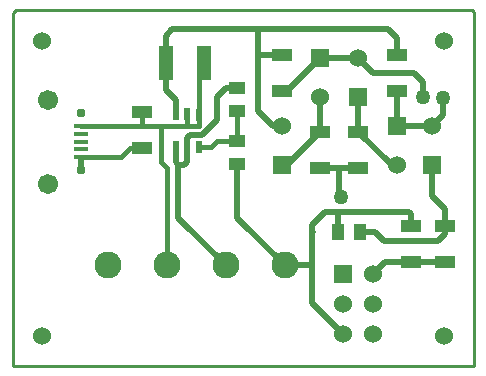
<source format=gtl>
%FSLAX23Y23*%
%MOIN*%
G70*
G01*
G75*
G04 Layer_Physical_Order=1*
G04 Layer_Color=255*
%ADD10R,0.065X0.040*%
%ADD11R,0.051X0.118*%
%ADD12R,0.022X0.039*%
%ADD13R,0.049X0.016*%
%ADD14R,0.040X0.055*%
%ADD15C,0.060*%
%ADD16R,0.060X0.060*%
%ADD17R,0.055X0.040*%
%ADD18C,0.020*%
%ADD19C,0.015*%
%ADD20C,0.010*%
%ADD21C,0.090*%
%ADD22C,0.067*%
%ADD23C,0.031*%
%ADD24R,0.060X0.060*%
%ADD25C,0.050*%
D10*
X2539Y2276D02*
D03*
Y2156D02*
D03*
X2156Y2276D02*
D03*
Y2156D02*
D03*
X1689Y2085D02*
D03*
Y1965D02*
D03*
X2588Y1706D02*
D03*
Y1586D02*
D03*
X2700Y1706D02*
D03*
Y1586D02*
D03*
X2411Y2020D02*
D03*
Y1900D02*
D03*
X2283Y2020D02*
D03*
Y1900D02*
D03*
D11*
X1769Y2248D02*
D03*
X1895D02*
D03*
D12*
X1803Y2077D02*
D03*
X1841D02*
D03*
X1803Y1969D02*
D03*
X1841D02*
D03*
X1879Y2076D02*
D03*
Y1969D02*
D03*
D13*
X1486Y1935D02*
D03*
Y1961D02*
D03*
Y1986D02*
D03*
Y2012D02*
D03*
Y2037D02*
D03*
D14*
X2342Y1684D02*
D03*
X2417D02*
D03*
D15*
X2657Y2038D02*
D03*
X2539Y1909D02*
D03*
X2411Y2264D02*
D03*
X2283Y2136D02*
D03*
X2156Y2038D02*
D03*
X2697Y1339D02*
D03*
Y2323D02*
D03*
X1358Y1339D02*
D03*
Y2323D02*
D03*
X2359Y1344D02*
D03*
Y1444D02*
D03*
X2459Y1344D02*
D03*
Y1544D02*
D03*
Y1444D02*
D03*
D16*
X2657Y1908D02*
D03*
X2539Y2039D02*
D03*
X2411Y2134D02*
D03*
X2283Y2266D02*
D03*
X2156Y1908D02*
D03*
D17*
X2008Y2090D02*
D03*
Y2165D02*
D03*
Y1913D02*
D03*
Y1988D02*
D03*
D18*
X2347Y1900D02*
X2411D01*
X2283D02*
X2347D01*
Y1806D02*
X2352Y1801D01*
X2347Y1806D02*
Y1900D01*
X1811Y1732D02*
Y1909D01*
Y1732D02*
X1969Y1575D01*
Y2165D02*
X2008D01*
X1939Y2136D02*
X1969Y2165D01*
X1939Y2057D02*
Y2136D01*
X1890Y2008D02*
X1939Y2057D01*
X1851Y2008D02*
X1890D01*
X1841Y1999D02*
X1851Y2008D01*
X1841Y1969D02*
Y1999D01*
Y1920D02*
Y1969D01*
X1831Y1909D02*
X1841Y1920D01*
X1811Y1909D02*
X1831D01*
X1803Y1917D02*
X1811Y1909D01*
X1803Y1917D02*
Y1969D01*
X1486Y1891D02*
Y1929D01*
X2008Y1732D02*
X2165Y1575D01*
X2008Y1732D02*
Y1913D01*
X2541Y2038D02*
X2657D01*
X2539Y2039D02*
X2541Y2038D01*
X2539Y2039D02*
Y2156D01*
X2522Y1909D02*
X2539D01*
X2411Y2020D02*
X2522Y1909D01*
X2411Y2020D02*
Y2134D01*
X2156Y1908D02*
X2172D01*
X2283Y2020D01*
Y2136D01*
X2173Y2156D02*
X2282Y2264D01*
X2156Y2156D02*
X2173D01*
X2077Y2274D02*
Y2362D01*
Y2087D02*
Y2274D01*
X2079Y2276D01*
X2156D01*
X2077Y2362D02*
X2510D01*
X1791D02*
X2077D01*
Y2087D02*
X2126Y2038D01*
X2156D01*
X2539Y2276D02*
Y2333D01*
X2510Y2362D02*
X2539Y2333D01*
X1769Y2340D02*
X1791Y2362D01*
X1769Y2248D02*
Y2340D01*
Y2158D02*
Y2248D01*
Y2158D02*
X1803Y2124D01*
Y2077D02*
Y2124D01*
X2459Y1544D02*
X2501Y1586D01*
X2588D01*
X2700D01*
X2657Y1804D02*
Y1908D01*
Y1804D02*
X2700Y1762D01*
Y1706D02*
Y1762D01*
X2417Y1684D02*
X2467D01*
X2496Y1655D01*
X2675D01*
X2700Y1679D01*
Y1706D01*
X2588D02*
Y1745D01*
X2580Y1753D02*
X2588Y1745D01*
X2257Y1710D02*
X2300Y1753D01*
X2257Y1447D02*
X2359Y1344D01*
X2165Y1575D02*
X2256D01*
X2257Y1576D01*
Y1447D02*
Y1576D01*
Y1682D02*
X2259Y1684D01*
X2257Y1576D02*
Y1682D01*
Y1710D01*
X2342Y1684D02*
Y1751D01*
X2341Y1753D02*
X2342Y1751D01*
X2300Y1753D02*
X2341D01*
X2580D01*
X2411Y2264D02*
X2461Y2215D01*
X2282Y2264D02*
X2411D01*
X2461Y2215D02*
X2596D01*
X2626Y2185D01*
Y2134D02*
Y2185D01*
X2657Y2038D02*
X2694Y2074D01*
Y2132D01*
D19*
X1693Y2037D02*
X1752D01*
X1486D02*
X1693D01*
X1689Y2041D02*
X1693Y2037D01*
X1689Y2041D02*
Y2085D01*
X1650Y1965D02*
X1689D01*
X1620Y1935D02*
X1650Y1965D01*
X1486Y1935D02*
X1620D01*
X2008Y1988D02*
Y2090D01*
X1939Y1988D02*
X2008D01*
X1919Y1969D02*
X1939Y1988D01*
X1879Y1969D02*
X1919D01*
X1752Y2037D02*
X1880D01*
X1752Y1919D02*
Y2037D01*
Y1919D02*
X1772Y1900D01*
Y1575D02*
Y1900D01*
X1879Y2232D02*
X1895Y2248D01*
X1879Y2076D02*
Y2232D01*
X1841Y2038D02*
Y2077D01*
X1879Y2038D02*
Y2076D01*
D20*
X1260Y2380D02*
Y2415D01*
X1270Y2425D01*
X2790D01*
X1260Y1240D02*
Y2380D01*
X2790Y2425D02*
X2795Y2420D01*
Y1240D02*
Y2420D01*
X1260Y1240D02*
X2795D01*
D21*
X2165Y1575D02*
D03*
X1969D02*
D03*
X1575Y1575D02*
D03*
X1772Y1575D02*
D03*
D22*
X1377Y1846D02*
D03*
Y2126D02*
D03*
D23*
X1486Y1891D02*
D03*
Y2082D02*
D03*
D24*
X2359Y1544D02*
D03*
D25*
X2352Y1801D02*
D03*
X2626Y2134D02*
D03*
X2694Y2132D02*
D03*
M02*

</source>
